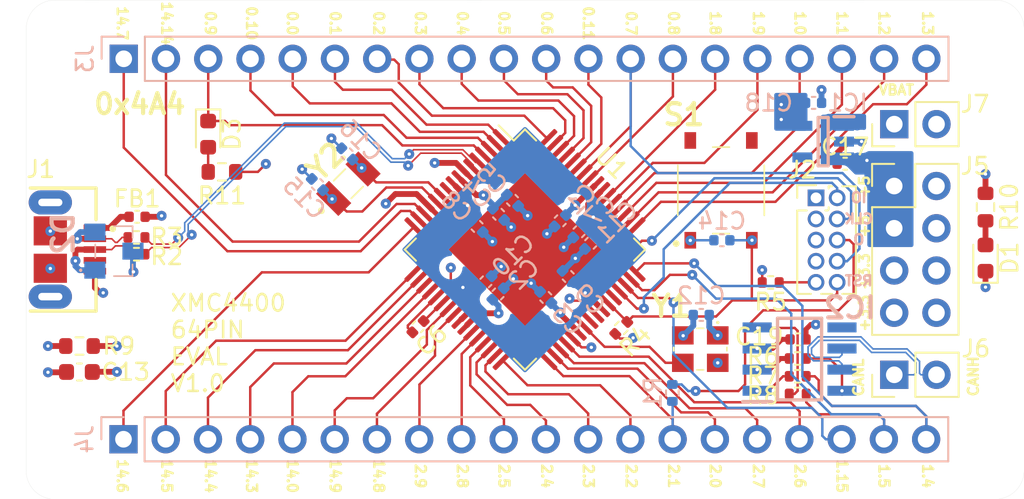
<source format=kicad_pcb>
(kicad_pcb (version 20221018) (generator pcbnew)
  (title_block (title "XMC4400-64PIN-EVAL-V1.0") (date "2023-03-24") (rev "0.0") (comment 1 "Designed By Neşet Aydın"))
  (layers (0 "F.Cu" signal "SIGNAL_TOP") (1 "In1.Cu" signal "GND") (2 "In2.Cu" power "POWER") (31 "B.Cu" signal "SIGNAL_BOTTOM") (34 "B.Paste" user) (35 "F.Paste" user) (36 "B.SilkS" user "B.Silkscreen") (37 "F.SilkS" user "F.Silkscreen") (38 "B.Mask" user) (39 "F.Mask" user) (44 "Edge.Cuts" user))
  (net 0 "")
  (net 1 "XMC_VDDP")
  (net 2 "GND")
  (net 3 "Net-(U1-VAREF)")
  (net 4 "XMC_VDDC")
  (net 5 "+XMC_VBAT")
  (net 6 "XMC_RESET")
  (net 7 "XMC_RTC_XTAL2")
  (net 8 "XMC_RTC_XTAL1")
  (net 9 "+5V")
  (net 10 "/VCP_D-")
  (net 11 "/VCP_D+")
  (net 12 "Net-(J1-VBUS)")
  (net 15 "GNDA")
  (net 16 "XMC_TMS{slash}SWDIO")
  (net 17 "XMC_TCK{slash}SWCLK")
  (net 18 "SWDO_P2.1")
  (net 20 "P0_7")
  (net 21 "Net-(J2-Pin_9)")
  (net 22 "P2_1")
  (net 23 "XMC_USB_D+")
  (net 24 "XMC_USB_D-")
  (net 27 "P0_1")
  (net 28 "P0_0")
  (net 29 "P0_10")
  (net 30 "P0_9")
  (net 32 "P14_14")
  (net 33 "P14_7")
  (net 34 "P14_6")
  (net 35 "P14_5")
  (net 36 "P14_4")
  (net 37 "P14_3")
  (net 38 "P14_0")
  (net 39 "P14_9")
  (net 40 "P14_8")
  (net 41 "P2_9")
  (net 42 "P2_8")
  (net 43 "P2_5")
  (net 44 "P2_4")
  (net 45 "P2_3")
  (net 46 "P2_2")
  (net 47 "P2_0")
  (net 48 "P2_7")
  (net 49 "P2_6")
  (net 50 "XMC_XTAL1")
  (net 52 "P1_15")
  (net 53 "P1_5")
  (net 54 "P1_4")
  (net 55 "P1_3")
  (net 56 "P1_2")
  (net 57 "P1_1")
  (net 58 "P1_0")
  (net 59 "P1_9")
  (net 60 "P1_8")
  (net 61 "P0_8")
  (net 62 "P0_11")
  (net 63 "P0_6")
  (net 64 "P0_5")
  (net 65 "P0_4")
  (net 66 "P0_3")
  (net 67 "P0_2")
  (net 68 "VBUS")
  (net 69 "XMC_CAN_TX")
  (net 70 "XMC_CAN_RX")
  (net 72 "IC_CAN_-")
  (net 73 "IC_CAN_+")
  (net 74 "Net-(IC2-RS)")
  (net 75 "Net-(D1-A)")
  (net 76 "Net-(D3-A)")
  (footprint "Resistor_SMD:R_0402_1005Metric" (layer "F.Cu") (at 78.44 55)
    (fp_text reference "R8")
    (fp_text value "0R" hide)
  )
  (footprint "Resistor_SMD:R_0402_1005Metric" (layer "F.Cu") (at 78.44 52.87)
    (fp_text reference "R6")
    (fp_text value "10kR" hide)
  )
  (footprint "Resistor_SMD:R_0402_1005Metric" (layer "F.Cu") (at 78.44 53.94)
    (fp_text reference "R7")
    (fp_text value "0R" hide)
  )
  (footprint "Connector_PinHeader_2.54mm:PinHeader_1x02_P2.54mm_Vertical" (layer "F.Cu") (at 84.245 38.78 90)
    (fp_text reference "J7")
    (fp_text value "Vbat" hide)
  )
  (footprint "Capacitor_SMD:C_0603_1608Metric" (layer "F.Cu") (at 35.25 53.68 180)
    (fp_text reference "C13")
    (fp_text value "100nF" hide)
  )
  (footprint "Connector_PinHeader_1.27mm:PinHeader_2x05_P1.27mm_Vertical" (layer "F.Cu") (at 79.54 43.21)
    (fp_text reference "J2")
    (fp_text value "SWD & JTAG" hide)
  )
  (footprint "Resistor_SMD:R_0402_1005Metric" (layer "F.Cu") (at 76.815 48.3 180)
    (fp_text reference "R5")
    (fp_text value "0R" hide)
  )
  (footprint "LED_SMD:LED_0603_1608Metric" (layer "F.Cu") (at 89.73 46.8325 90)
    (fp_text reference "D1")
    (fp_text value "Pow" hide)
  )
  (footprint "LED_SMD:LED_0603_1608Metric" (layer "F.Cu") (at 42.99 39.38 -90)
    (fp_text reference "D3")
    (fp_text value "USR" hide)
  )
  (footprint "Resistor_SMD:R_0603_1608Metric" (layer "F.Cu") (at 43.82 41.65 180)
    (fp_text reference "R11")
    (fp_text value "150R" hide)
  )
  (footprint "Capacitor_SMD:C_0402_1005Metric" (layer "F.Cu") (at 81.29 41.16)
    (fp_text reference "C17")
    (fp_text value "1uF" hide)
  )
  (footprint "Resistor_SMD:R_0603_1608Metric" (layer "F.Cu") (at 89.73 43.765 -90)
    (fp_text reference "R10")
    (fp_text value "150R" hide)
  )
  (footprint "My_lib:ABS0716632768KHZT" (layer "F.Cu") (at 51.42 42.36 45)
    (fp_text reference "Y2")
    (fp_text value "32.768kHz" hide)
  )
  (footprint "Capacitor_SMD:C_0402_1005Metric" (layer "F.Cu") (at 38.72 44.35 180)
    (fp_text reference "FB1")
    (fp_text value "BLM15PD600SN1D" hide)
  )
  (footprint "Connector_PinHeader_2.54mm:PinHeader_1x02_P2.54mm_Vertical" (layer "F.Cu") (at 84.245 53.85 90)
    (fp_text reference "J6")
    (fp_text value "CAN" hide)
  )
  (footprint "Capacitor_SMD:C_0402_1005Metric" (layer "F.Cu") (at 55.610589 50.959411 -135)
    (fp_text reference "C6")
    (fp_text value "100nF" hide)
  )
  (footprint "Resistor_SMD:R_0402_1005Metric" (layer "F.Cu") (at 38.68 46.6 180)
    (fp_text reference "R2")
    (fp_text value "22R" hide)
  )
  (footprint "My_lib:PTS526SM15SMTR2LFS" (layer "F.Cu") (at 73.83 42.76 90)
    (fp_text reference "S1")
    (fp_text value "Reset" hide)
  )
  (footprint "My_lib:ASE24576MHZLCT" (layer "F.Cu") (at 72.58 52.305 180)
    (fp_text reference "Y1")
    (fp_text value "ASE-12.000MHZ-LC-T" hide)
  )
  (footprint "Resistor_SMD:R_0603_1608Metric" (layer "F.Cu") (at 35.255 52.12 180)
    (fp_text reference "R9")
    (fp_text value "1MR" hide)
  )
  (footprint "Capacitor_SMD:C_0402_1005Metric" (layer "F.Cu") (at 78.46 51.72)
    (fp_text reference "C19")
    (fp_text value "100nF" hide)
  )
  (footprint "Resistor_SMD:R_0402_1005Metric" (layer "F.Cu") (at 38.68 45.59 180)
    (fp_text reference "R3")
    (fp_text value "22R" hide)
  )
  (footprint "Connector_PinHeader_2.54mm:PinHeader_2x04_P2.54mm_Vertical" (layer "F.Cu") (at 84.24 42.5)
    (fp_text reference "J5")
    (fp_text value "POW" hide)
  )
  (footprint "Resistor_SMD:R_0402_1005Metric" (layer "F.Cu") (at 67.829376 51.030624 45)
    (fp_text reference "R4")
    (fp_text value "10kR" hide)
  )
  (footprint "Package_QFP:LQFP-64-1EP_10x10mm_P0.5mm_EP6.5x6.5mm" (layer "F.Cu") (at 62.04 46.32 -45)
    (fp_text reference "U1")
    (fp_text value "XMC440x-LQFP64" hide)
  )
  (footprint "My_lib:GCT_USB3080-XX-00-A_REVE" (layer "F.Cu") (at 33.5 46.32 -90)
    (fp_text reference "J1")
    (fp_text value "VCP" hide)
  )
  (footprint "Capacitor_SMD:C_0402_1005Metric" (layer "B.Cu") (at 49.560589 42.410589 135)
    (fp_text reference "C15")
    (fp_text value "15pF" hide)
  )
  (footprint "My_lib:PGB102ST23WRHF" (layer "B.Cu") (at 37.325 46.415 90)
    (fp_text reference "D2")
    (fp_text value "PGB102ST23WRHF" hide)
  )
  (footprint "Capacitor_SMD:C_0402_1005Metric" (layer "B.Cu") (at 65.290589 45.249411 -135)
    (fp_text reference "C7")
    (fp_text value "100nF" hide)
  )
  (footprint "Capacitor_SMD:C_0402_1005Metric" (layer "B.Cu") (at 64.639411 47.939411 135)
    (fp_text reference "C9")
    (fp_text value "100nF" hide)
  )
  (footprint "Capacitor_SMD:C_0402_1005Metric" (layer "B.Cu") (at 72.64 50.25 180)
    (fp_text reference "C12")
    (fp_text value "100nF" hide)
  )
  (footprint "Capacitor_SMD:C_0402_1005Metric" (layer "B.Cu") (at 64.16 44.59 -135)
    (fp_text reference "C1")
    (fp_text value "100nF" hide)
  )
  (footprint "Capacitor_SMD:C_0402_1005Metric" (layer "B.Cu") (at 59.69 48.26 45)
    (fp_text reference "C10")
    (fp_text value "100nF" hide)
  )
  (footprint "Resistor_SMD:R_0402_1005Metric" (layer "B.Cu") (at 70.9 54.94 -90)
    (fp_text reference "R1")
    (fp_text value "0R" hide)
  )
  (footprint "My_lib:SOT95P280X145-5N" (layer "B.Cu") (at 79.97 39.83 180)
    (fp_text reference "IC1")
    (fp_text value "TLV75533PDBVR" hide)
  )
  (footprint "Capacitor_SMD:C_0402_1005Metric" (layer "B.Cu") (at 73.88 45.76 180)
    (fp_text reference "C14")
    (fp_text value "10nF" hide)
  )
  (footprint "Connector_PinHeader_2.54mm:PinHeader_1x20_P2.54mm_Vertical" (layer "B.Cu") (at 37.915 34.85 -90)
    (fp_text reference "J3")
    (fp_text value "IO_1" hide)
  )
  (footprint "Capacitor_SMD:C_0402_1005Metric" (layer "B.Cu") (at 60.450589 44.200589 -45)
    (fp_text reference "C4")
    (fp_text value "100nF" hide)
  )
  (footprint "Capacitor_SMD:C_0402_1005Metric" (layer "B.Cu") (at 65.990589 45.939411 -135)
    (fp_text reference "C11")
    (fp_text value "4.7uF" hide)
  )
  (footprint "My_lib:SOT127P600X175-8N" (layer "B.Cu") (at 78.55 52.905)
    (fp_text reference "IC2")
    (fp_text value "SN65HVD230DR" hide)
  )
  (footprint "Capacitor_SMD:C_0402_1005Metric" (layer "B.Cu") (at 51.340589 40.570589 135)
    (fp_text reference "C16")
    (fp_text value "15pF" hide)
  )
  (footprint "Connector_PinHeader_2.54mm:PinHeader_1x20_P2.54mm_Vertical" (layer "B.Cu") (at 37.9 57.725 -90)
    (fp_text reference "J4")
    (fp_text value "IO_2" hide)
  )
  (footprint "Capacitor_SMD:C_0402_1005Metric" (layer "B.Cu") (at 60.42 48.99 45)
    (fp_text reference "C2")
    (fp_text value "100nF" hide)
  )
  (footprint "Capacitor_SMD:C_0402_1005Metric" (layer "B.Cu") (at 79.395 37.5 180)
    (fp_text reference "C18")
    (fp_text value "1uF" hide)
  )
  (footprint "Capacitor_SMD:C_0402_1005Metric" (layer "B.Cu") (at 61.29 43.36 -45)
    (fp_text reference "C5")
    (fp_text value "10uF" hide)
  )
  (footprint "Capacitor_SMD:C_0402_1005Metric" (layer "B.Cu") (at 63.29 49.2 135)
    (fp_text reference "C3")
    (fp_text value "100nF" hide)
  )
  (footprint "Capacitor_SMD:C_0402_1005Metric" (layer "B.Cu") (at 59.16 44.93 -45)
    (fp_text reference "C8")
    (fp_text value "100nF" hide)
  )
  (gr_line (start 32.05 33.05) (end 32.04473 59.60517) (stroke (width 0.01)) (layer "Edge.Cuts"))
  (gr_arc (start 90.3249 31.31973) (mid 91.544729 31.825) (end 92.05 33.04483) (stroke (width 0.01)) (layer "Edge.Cuts"))
  (gr_arc (start 92.05 59.6) (mid 91.54473 60.81983) (end 90.3249 61.3251) (stroke (width 0.01)) (layer "Edge.Cuts"))
  (gr_arc (start 33.76983 61.33027) (mid 32.55 60.825) (end 32.04473 59.60517) (stroke (width 0.01)) (layer "Edge.Cuts"))
  (gr_line (start 92.05 33.05) (end 92.05 59.6) (stroke (width 0.01)) (layer "Edge.Cuts"))
  (gr_arc (start 32.05 33.05) (mid 32.55527 31.83017) (end 33.7751 31.3249) (stroke (width 0.01)) (layer "Edge.Cuts"))
  (gr_line (start 33.76983 61.33027) (end 90.3249 61.3251) (stroke (width 0.01)) (layer "Edge.Cuts"))
  (gr_line (start 33.7751 31.3249) (end 90.325 31.32) (stroke (width 0.01)) (layer "Edge.Cuts"))
  (gr_text "CLK" (at 83.053571 44.825) (layer "B.SilkS") (effects (font (size 0.6 0.6)) (justify left bottom mirror)))
  (gr_text "IO" (at 82.667857 43.55) (layer "B.SilkS") (effects (font (size 0.6 0.6)) (justify left bottom mirror)))
  (gr_text "O" (at 82.525 46.075) (layer "B.SilkS") (effects (font (size 0.6 0.6)) (justify left bottom mirror)))
  (gr_text "RST" (at 83.025 48.55) (layer "B.SilkS") (effects (font (size 0.6 0.6)) (justify left bottom mirror)))
  (gr_text "2.0" (at 73.125 59.125 270) (layer "F.SilkS") (effects (font (size 0.6 0.6)) (justify left bottom)))
  (gr_text "+3.3" (at 82.8 48.825 90) (layer "F.SilkS") (effects (font (size 0.6 0.6)) (justify left bottom)))
  (gr_text "14.7" (at 37.475 31.614286 270) (layer "F.SilkS") (effects (font (size 0.6 0.6)) (justify left bottom)))
  (gr_text "0.2" (at 52.9 31.9 270) (layer "F.SilkS") (effects (font (size 0.6 0.6)) (justify left bottom)))
  (gr_text "1.1" (at 80.75 31.9 270) (layer "F.SilkS") (effects (font (size 0.6 0.6)) (justify left bottom)))
  (gr_text "2.8" (at 57.925 59.125 270) (layer "F.SilkS") (effects (font (size 0.6 0.6)) (justify left bottom)))
  (gr_text "2.9" (at 55.4 59.125 270) (layer "F.SilkS") (effects (font (size 0.6 0.6)) (justify left bottom)))
  (gr_text "0.3" (at 55.4 31.9 270) (layer "F.SilkS") (effects (font (size 0.6 0.6)) (justify left bottom)))
  (gr_text "2.7" (at 75.725 59.125 270) (layer "F.SilkS") (effects (font (size 0.6 0.6)) (justify left bottom)))
  (gr_text "0.0" (at 47.7 31.9 270) (layer "F.SilkS") (effects (font (size 0.6 0.6)) (justify left bottom)))
  (gr_text "+3.3" (at 82.8 51.325 90) (layer "F.SilkS") (effects (font (size 0.6 0.6)) (justify left bottom)))
  (gr_text "1.9" (at 75.725 31.9 270) (layer "F.SilkS") (effects (font (size 0.6 0.6)) (justify left bottom)))
  (gr_text "14.6" (at 37.475 58.839286 270) (layer "F.SilkS") (effects (font (size 0.6 0.6)) (justify left bottom)))
  (gr_text "CANL" (at 82.45 55.225 90) (layer "F.SilkS") (effects (font (size 0.6 0.6)) (justify left bottom)))
  (gr_text "14.4" (at 42.775 58.839286 270) (layer "F.SilkS") (effects (font (size 0.6 0.6)) (justify left bottom)))
  (gr_text "1.3" (at 85.9 31.9 270) (layer "F.SilkS") (effects (font (size 0.6 0.6)) (justify left bottom)))
  (gr_text "1.8" (at 73.125 31.9 270) (layer "F.SilkS") (effects (font (size 0.6 0.6)) (justify left bottom)))
  (gr_text "+5" (at 82.8 45.675 90) (layer "F.SilkS") (effects (font (size 0.6 0.6)) (justify left bottom)))
  (gr_text "2.2" (at 68.075 59.125 270) (layer "F.SilkS") (effects (font (size 0.6 0.6)) (justify left bottom)))
  (gr_text "2.4" (at 63 59.125 270) (layer "F.SilkS") (effects (font (size 0.6 0.6)) (justify left bottom)))
  (gr_text "14.8" (at 52.9 58.839286 270) (layer "F.SilkS") (effects (font (size 0.6 0.6)) (justify left bottom)))
  (gr_text "XMC4400\n64PIN\nEVAL\nV1.0" (at 40.65 54.95) (layer "F.SilkS") (effects (font (size 1 1)) (justify left bottom)))
  (gr_text "0.4" (at 57.925 31.9 270) (layer "F.SilkS") (effects (font (size 0.6 0.6)) (justify left bottom)))
  (gr_text "0.9" (at 42.775 31.9 270) (layer "F.SilkS") (effects (font (size 0.6 0.6)) (justify left bottom)))
  (gr_text "2.1" (at 70.625 59.125 270) (layer "F.SilkS") (effects (font (size 0.6 0.6)) (justify left bottom)))
  (gr_text "0.10" (at 45.25 31.614286 270) (layer "F.SilkS") (effects (font (size 0.6 0.6)) (justify left bottom)))
  (gr_text "0.5" (at 60.425 31.9 270) (layer "F.SilkS") (effects (font (size 0.6 0.6)) (justify left bottom)))
  (gr_text "0.8" (at 70.625 31.9 270) (layer "F.SilkS") (effects (font (size 0.6 0.6)) (justify left bottom)))
  (gr_text "0.1" (at 50.275 31.9 270) (layer "F.SilkS") (effects (font (size 0.6 0.6)) (justify left bottom)))
  (gr_text "CANH" (at 89.35 55.225 90) (layer "F.SilkS") (effects (font (size 0.6 0.6)) (justify left bottom)))
  (gr_text "VBAT" (at 83.225 37.075) (layer "F.SilkS") (effects (font (size 0.6 0.6)) (justify left bottom)))
  (gr_text "1.2" (at 83.275 31.9 270) (layer "F.SilkS") (effects (font (size 0.6 0.6)) (justify left bottom)))
  (gr_text "0.7" (at 68.075 31.9 270) (layer "F.SilkS") (effects (font (size 0.6 0.6)) (justify left bottom)))
  (gr_text "2.5" (at 60.425 59.125 270) (layer "F.SilkS") (effects (font (size 0.6 0.6)) (justify left bottom)))
  (gr_text "1.0" (at 78.225 31.9 270) (layer "F.SilkS") (effects (font (size 0.6 0.6)) (justify left bottom)))
  (gr_text "14.5" (at 40.15 58.839286 270) (layer "F.SilkS") (effects (font (size 0.6 0.6)) (justify left bottom)))
  (gr_text "1.15" (at 80.75 58.839286 270) (layer "F.SilkS") (effects (font (size 0.6 0.6)) (justify left bottom)))
  (gr_text "1.5" (at 83.275 59.125 270) (layer "F.SilkS") (effects (font (size 0.6 0.6)) (justify left bottom)))
  (gr_text "0.11" (at 65.5 31.614286 270) (layer "F.SilkS") (effects (font (size 0.6 0.6)) (justify left bottom)))
  (gr_text "14.9" (at 50.275 58.839286 270) (layer "F.SilkS") (effects (font (size 0.6 0.6)) (justify left bottom)))
  (gr_text "1.4" (at 85.9 59.125 270) (layer "F.SilkS") (effects (font (size 0.6 0.6)) (justify left bottom)))
  (gr_text "14.3" (at 45.25 58.839286 270) (layer "F.SilkS") (effects (font (size 0.6 0.6)) (justify left bottom)))
  (gr_text "14.14" (at 40.15 31.328571 270) (layer "F.SilkS") (effects (font (size 0.6 0.6)) (justify left bottom)))
  (gr_text "2.3" (at 65.5 59.125 270) (layer "F.SilkS") (effects (font (size 0.6 0.6)) (justify left bottom)))
  (gr_text "+5" (at 82.8 43.3 90) (layer "F.SilkS") (effects (font (size 0.6 0.6)) (justify left bottom)))
  (gr_text "0x4A4" (at 36 38.275) (layer "F.SilkS") (effects (font (size 1.2 1.2) (thickness 0.25) bold) (justify left bottom)))
  (gr_text "0.6" (at 63 31.9 270) (layer "F.SilkS") (effects (font (size 0.6 0.6)) (justify left bottom)))
  (gr_text "14.0" (at 47.7 58.839286 270) (layer "F.SilkS") (effects (font (size 0.6 0.6)) (justify left bottom)))
  (gr_text "2.6" (at 78.225 59.125 270) (layer "F.SilkS") (effects (font (size 0.6 0.6)) (justify left bottom)))
  (segment (start 66.217215 42.492785) (end 65.06 43.65) (width 0.35) (layer "F.Cu") (net 1))
  (segment (start 58.566338 50.843662) (end 58.566338 50.854322) (width 0.35) (layer "F.Cu") (net 1))
  (segment (start 68.5 51.67) (end 68.54 51.63) (width 0.146812) (layer "F.Cu") (net 1))
  (segment (start 46.46 41.17) (end 45.98 41.65) (width 0.146812) (layer "F.Cu") (net 1))
  (segment (start 66.220769 42.492785) (end 66.217215 42.492785) (width 0.35) (layer "F.Cu") (net 1))
  (segment (start 60.45 50.15) (end 59.26 50.15) (width 0.35) (layer "F.Cu") (net 1))
  (segment (start 64.166004 50.196004) (end 64.166004 50.106004) (width 0.35) (layer "F.Cu") (net 1))
  (segment (start 77.48 51.72) (end 76.93 52.27) (width 0.3) (layer "F.Cu") (net 1))
  (segment (start 58.212785 42.139231) (end 59.123554 43.05) (width 0.35) (layer "F.Cu") (net 1))
  (segment (start 65.160109 51.207876) (end 65.160109 51.190109) (width 0.35) (layer "F.Cu") (net 1))
  (segment (start 59.123554 43.05) (end 59.54 43.05) (width 0.35) (layer "F.Cu") (net 1))
  (segment (start 59.26 50.15) (end 58.566338 50.843662) (width 0.35) (layer "F.Cu") (net 1))
  (segment (start 67.468752 51.391248) (end 67.747504 51.67) (width 0.146812) (layer "F.Cu") (net 1))
  (segment (start 45.98 41.65) (end 44.645 41.65) (width 0.146812) (layer "F.Cu") (net 1))
  (segment (start 77.98 51.72) (end 77.48 51.72) (width 0.3) (layer "F.Cu") (net 1))
  (segment (start 67.747504 51.67) (end 68.5 51.67) (width 0.146812) (layer "F.Cu") (net 1))
  (segment (start 76.93 52.27) (end 76 52.27) (width 0.3) (layer "F.Cu") (net 1))
  (segment (start 65.160109 51.190109) (end 64.166004 50.196004) (width 0.35) (layer "F.Cu") (net 1))
  (segment (start 89.73 42.94) (end 89.73 41.78) (width 0.35) (layer "F.Cu") (net 1))
  (via (at 73.63 53.13) (size 0.6) (drill 0.2) (layers "F.Cu" "B.Cu") (net 1))
  (via (at 77.45 37.6) (size 0.6) (drill 0.2) (layers "F.Cu" "B.Cu") (net 1))
  (via (at 89.73 41.78) (size 0.6) (drill 0.2) (layers "F.Cu" "B.Cu") (net 1))
  (via (at 59.54 43.05) (size 0.6) (drill 0.2) (layers "F.Cu" "B.Cu") (net 1))
  (via (at 60.45 50.15) (size 0.6) (drill 0.2) (layers "F.Cu" "B.Cu") (net 1))
  (via (at 65.06 43.65) (size 0.6) (drill 0.2) (layers "F.Cu" "B.Cu") (net 1))
  (via (at 77.45 38.5) (size 0.6) (drill 0.2) (layers "F.Cu" "B.Cu") (net 1))
  (via (at 73.63 51.48) (size 0.6) (drill 0.2) (layers "F.Cu" "B.Cu") (net 1))
  (via (at 76 52.27) (size 0.6) (drill 0.2) (layers "F.Cu" "B.Cu") (net 1))
  (via (at 64.166004 50.106004) (size 0.6) (drill 0.2) (layers "F.Cu" "B.Cu") (net 1))
  (via (at 46.46 41.17) (size 0.6) (drill 0.2) (layers "F.Cu" "B.Cu") (net 1))
  (via (at 68.54 51.63) (size 0.6) (drill 0.2) (layers "F.Cu" "B.Cu") (net 1))
  (segment (start 60.950589 43.020589) (end 60.950589 43.021767) (width 0.35) (layer "B.Cu") (net 1))
  (segment (start 64.166004 50.106004) (end 63.629411 49.569411) (width 0.35) (layer "B.Cu") (net 1))
  (segment (start 73.62 51.48) (end 73.63 51.48) (width 0.35) (layer "B.Cu") (net 1))
  (segment (start 60.45 50.15) (end 60.45 49.71) (width 0.35) (layer "B.Cu") (net 1))
  (segment (start 73.12 50.98) (end 73.62 51.48) (width 0.35) (layer "B.Cu") (net 1))
  (segment (start 60.111178 43.621178) (end 59.54 43.05) (width 0.35) (layer "B.Cu") (net 1))
  (segment (start 60.45 49.71) (end 60.080589 49.340589) (width 0.35) (layer "B.Cu") (net 1))
  (segment (start 64.499411 44.250589) (end 64.499411 44.210589) (width 0.35) (layer "B.Cu") (net 1))
  (segment (start 60.950589 43.021767) (end 60.111178 43.861178) (width 0.35) (layer "B.Cu") (net 1))
  (segment (start 63.629411 49.569411) (end 63.629411 49.539411) (width 0.35) (layer "B.Cu") (net 1))
  (segment (start 60.080589 49.340589) (end 60.080589 49.329411) (width 0.35) (layer "B.Cu") (net 1))
  (segment (start 64.499411 44.210589) (end 65.06 43.65) (width 0.35) (layer "B.Cu") (net 1))
  (segment (start 73.12 50.25) (end 73.12 50.98) (width 0.35) (layer "B.Cu") (net 1))
  (segment (start 60.111178 43.861178) (end 60.111178 43.621178) (width 0.35) (layer "B.Cu") (net 1))
  (segment (start 36.49 48.92) (end 36.18 48.61) (width 0.35) (layer "F.Cu") (net 2))
  (segment (start 55.271178 51.298822) (end 55 51.027644) (width 0.146812) (layer "F.Cu") (net 2))
  (segment (start 57.58 48.305126) (end 56.798571 49.086555) (width 0.146812) (layer "F.Cu") (net 2))
  (segment (start 36.68 48.92) (end 36.49 48.92) (width 0.35) (layer "F.Cu") (net 2))
  (segment (start 82.28 39.82) (end 81.505 39.82) (width 0.35) (layer "F.Cu") (net 2))
  (segment (start 65.445126 52.2) (end 66.03 52.2) (width 0.146812) (layer "F.Cu") (net 2))
  (segment (start 80.81 40.515) (end 80.81 41.16) (width 0.35) (layer "F.Cu") (net 2))
  (segment (start 78.94 51.11) (end 79.225 50.825) (width 0.3) (layer "F.Cu") (net 2))
  (segment (start 76.305 47.555) (end 76.3 47.55) (width 0.146812) (layer "F.Cu") (net 2))
  (segment (start 64.806555 51.561429) (end 65.445126 52.2) (width 0.146812) (layer "F.Cu") (net 2))
  (segment (start 65.474242 49.394242) (end 66.220769 50.140769) (width 0.146812) (layer "F.Cu") (net 2))
  (segment (start 66.220769 50.140769) (end 66.220769 50.147215) (width 0.146812) (layer "F.Cu") (net 2))
  (segment (start 55 51.027644) (end 55 50.885126) (width 0.146812) (layer "F.Cu") (net 2))
  (segment (start 36.08 52.12) (end 37.5 52.12) (width 0.35) (layer "F.Cu") (net 2))
  (segment (start 78.94 51.72) (end 78.94 51.11) (width 0.3) (layer "F.Cu") (net 2))
  (segment (start 76.305 48.3) (end 76.305 47.555) (width 0.146812) (layer "F.Cu") (net 2))
  (segment (start 79.225 50.825) (end 79.525 50.825) (width 0.3) (layer "F.Cu") (net 2))
  (segment (start 77.405 52.87) (end 76.735 53.54) (width 0.3) (layer "F.Cu") (net 2))
  (segment (start 77.93 52.87) (end 77.405 52.87) (width 0.3) (layer "F.Cu") (net 2))
  (segment (start 36.18 48.61) (end 36.18 47.62) (width 0.35) (layer "F.Cu") (net 2))
  (segment (start 64.846242 49.394242) (end 65.474242 49.394242) (width 0.146812) (layer "F.Cu") (net 2))
  (segment (start 36.08 53.67) (end 37.5 53.67) (width 0.35) (layer "F.Cu") (net 2))
  (segment (start 55 50.885126) (end 56.798571 49.086555) (width 0.146812) (layer "F.Cu") (net 2))
  (segment (start 89.73 47.62) (end 89.73 48.58) (width 0.35) (layer "F.Cu") (net 2))
  (segment (start 76.735 53.54) (end 76 53.54) (width 0.3) (layer "F.Cu") (net 2))
  (segment (start 64.722 49.27) (end 64.846242 49.394242) (width 0.146812) (layer "F.Cu") (net 2))
  (segment (start 81.505 39.82) (end 80.81 40.515) (width 0.35) (layer "F.Cu") (net 2))
  (segment (start 57.58 47.41) (end 57.58 48.305126) (width 0.146812) (layer "F.Cu") (net 2))
  (via (at 48.64 41.49) (size 0.6) (drill 0.2) (layers "F.Cu" "B.Cu") (net 2))
  (via (at 76.3 47.55) (size 0.6) (drill 0.2) (layers "F.Cu" "B.Cu") (net 2))
  (via (at 76 53.54) (size 0.6) (drill 0.2) (layers "F.Cu" "B.Cu") (net 2))
  (via (at 60.61 47.34) (size 0.6) (drill 0.2) (layers "F.Cu" "B.Cu") (net 2))
  (via (at 37.5 52.12) (size 0.6) (drill 0.2) (layers "F.Cu" "B.Cu") (net 2))
  (via (at 57.58 47.41) (size 0.6) (drill 0.2) (layers "F.Cu" "B.Cu") (net 2))
  (via (at 65.068508 46.849666) (size 0.6) (drill 0.2) (layers "F.Cu" "B.Cu") (net 2))
  (via (at 71.55 51.5) (size 0.6) (drill 0.2) (layers "F.Cu" "B.Cu") (net 2))
  (via (at 62.410863 48.346342) (size 0.6) (drill 0.2) (layers "F.Cu" "B.Cu") (net 2))
  (via (at 61.34 48.08) (size 0.6) (drill 0.2) (layers "F.Cu" "B.Cu") (net 2))
  (via (at 66.03 52.2) (size 0.6) (drill 0.2) (layers "F.Cu" "B.Cu") (net 2))
  (via (at 62.2 44.28) (size 0.6) (drill 0.2) (layers "F.Cu" "B.Cu") (net 2))
  (via (at 63.36 45.37) (size 0.6) (drill 0.2) (layers "F.Cu" "B.Cu") (net 2))
  (via (at 64.722 49.27) (size 0.6) (drill 0.2) (layers "F.Cu" "B.Cu") (net 2))
  (via (at 79.525 50.825) (size 0.6) (drill 0.2) (layers "F.Cu" "B.Cu") (net 2))
  (via (at 50.4 39.64) (size 0.6) (drill 0.2) (layers "F.Cu" "B.Cu") (net 2))
  (via (at 37.5 53.67) (size 0.6) (drill 0.2) (layers "F.Cu" "B.Cu") (net 2))
  (via (at 64.37 46.18) (size 0.6) (drill 0.2) (layers "F.Cu" "B.Cu") (net 2))
  (via (at 82.28 39.82) (size 0.6) (drill 0.2) (layers "F.Cu" "B.Cu") (net 2))
  (via (at 38.5 47.66) (size 0.6) (drill 0.2) (layers "F.Cu" "B.Cu") (net 2))
  (via (at 71.98 45.77) (size 0.6) (drill 0.2) (layers "F.Cu" "B.Cu") (net 2))
  (via (at 89.73 48.58) (size 0.6) (drill 0.2) (layers "F.Cu" "B.Cu") (net 2))
  (via (at 60.08 45.84) (size 0.6) (drill 0.2) (layers "F.Cu" "B.Cu") (net 2))
  (via (at 61.21 44.97) (size 0.6) (drill 0.2) (layers "F.Cu" "B.Cu") (net 2))
  (via (at 79.87 36.725) (size 0.6) (drill 0.2) (layers "F.Cu" "B.Cu") (net 2))
  (via (at 36.68 48.92) (size 0.6) (drill 0.2) (layers "F.Cu" "B.Cu") (net 2))
  (segment (start 79.87 36.725) (end 79.87 37.615) (width 0.35) (layer "B.Cu") (net 2))
  (segment (start 61.33 48.08) (end 61.34 48.08) (width 0.35) (layer "B.Cu") (net 2))
  (segment (start 64.37 46.17) (end 64.37 46.18) (width 0.35) (layer "B.Cu") (net 2))
  (segment (start 49.221178 42.071178) (end 48.64 41.49) (width 0.146812) (layer "B.Cu") (net 2))
  (segment (start 71.56 51.5) (end 71.55 51.5) (width 0.35) (layer "B.Cu") (net 2))
  (segment (start 50.41 39.64) (end 51.001178 40.231178) (width 0.146812) (layer "B.Cu") (net 2))
  (segment (start 64.33 47.6) (end 65.651178 46.278822) (width 0.35) (layer "B.Cu") (net 2))
  (segment (start 59.499411 45.269411) (end 59.509411 45.269411) (width 0.35) (layer "B.Cu") (net 2))
  (segment (start 60.79 44.54) (end 60.79 44.55) (width 0.35) (layer "B.Cu") (net 2))
  (segment (start 38.47 47.63) (end 38.5 47.66) (width 0.35) (layer "B.Cu") (net 2))
  (segment (start 64.951178 45.588822) (end 64.37 46.17) (width 0.35) (layer "B.Cu") (net 2))
  (segment (start 60.759411 48.650589) (end 61.33 48.08) (width 0.35) (layer "B.Cu") (net 2))
  (segment (start 60.029411 47.920589) (end 60.61 47.34) (width 0.35) (layer "B.Cu") (net 2))
  (segment (start 63.820589 44.929411) (end 63.38 45.37) (width 0.35) (layer "B.Cu") (net 2))
  (segment (start 82.28 39.82) (end 82.27 39.83) (width 0.35) (layer "B.Cu") (net 2))
  (segment (start 63.36 45.37) (end 63.37 45.37) (width 0.35) (layer "B.Cu") (net 2))
  (segment (start 64.3 47.6) (end 64.33 47.6) (width 0.35) (layer "B.Cu") (net 2))
  (segment (start 38.47 46.415) (end 38.47 47.63) (width 0.35) (layer "B.Cu") (net 2))
  (segment (start 62.900589 48.860589) (end 62.44 48.4) (width 0.35) (layer "B.Cu") (net 2))
  (segment (start 61.629411 43.699411) (end 62.2 44.27) (width 0.35) (layer "B.Cu") (net 2))
  (segment (start 72.16 50.25) (end 72.16 50.9) (width 0.35) (layer "B.Cu") (net 2))
  (segment (start 72.16 50.9) (end 71.56 51.5) (width 0.35) (layer "B.Cu") (net 2))
  (segment (start 59.509411 45.269411) (end 60.08 45.84) (width 0.35) (layer "B.Cu") (net 2))
  (segment (start 71.99 45.76) (end 71.98 45.77) (width 0.146812) (layer "B.Cu") (net 2))
  (segment (start 60.79 44.55) (end 61.21 44.97) (width 0.35) (layer "B.Cu") (net 2))
  (segment (start 62.950589 48.860589) (end 62.900589 48.860589) (width 0.35) (layer "B.Cu") (net 2))
  (segment (start 73.4 45.76) (end 71.99 45.76) (width 0.146812) (layer "B.Cu") (net 2))
  (segment (start 50.4 39.64) (end 50.41 39.64) (width 0.146812) (layer "B.Cu") (net 2))
  (segment (start 82.27 39.83) (end 81.22 39.83) (width 0.35) (layer "B.Cu") (net 2))
  (segment (start 63.38 45.37) (end 63.36 45.37) (width 0.35) (layer "B.Cu") (net 2))
  (segment (start 62.2 44.27) (end 62.2 44.28) (width 0.35) (layer "B.Cu") (net 2))
  (segment (start 57.152124 49.440109) (end 57.139891 49.440109) (width 0.146812) (layer "F.Cu") (net 3))
  (segment (start 55.96 50.62) (end 55.95 50.62) (width 0.146812) (layer "F.Cu") (net 3))
  (segment (start 57.139891 49.440109) (end 55.96 50.62) (width 0.146812) (layer "F.Cu") (net 3))
  (segment (start 58.59 43.223554) (end 58.59 43.67) (width 0.35) (layer "F.Cu") (net 4))
  (segment (start 58.875 49.395) (end 58.307326 48.827326) (width 0.35) (layer "F.Cu") (net 4))
  (segment (start 58.307326 48.827326) (end 58.307326 48.596871) (width 0.35) (layer "F.Cu") (net 4))
  (segment (start 66.574322 49.793662) (end 66.543662 49.793662) (width 0.35) (layer "F.Cu") (net 4))
  (segment (start 65.84 43.59) (end 65.84 44.06) (width 0.35) (layer "F.Cu") (net 4))
  (segment (start 58.875 49.855) (end 58.875 49.395) (width 0.35) (layer "F.Cu") (net 4))
  (segment (start 66.574322 42.855678) (end 65.84 43.59) (width 0.35) (layer "F.Cu") (net 4))
  (segment (start 57.859231 42.492785) (end 58.59 43.223554) (width 0.35) (layer "F.Cu") (net 4))
  (segment (start 58.212785 50.500769) (end 58.229231 50.500769) (width 0.35) (layer "F.Cu") (net 4))
  (segment (start 66.574322 42.846338) (end 66.574322 42.855678) (width 0.35) (layer "F.Cu") (net 4))
  (segment (start 65.84 44.06) (end 66.15 44.37) (width 0.35) (layer "F.Cu") (net 4))
  (segment (start 66.543662 49.793662) (end 65.66 48.91) (width 0.35) (layer "F.Cu") (net 4))
  (segment (start 58.229231 50.500769) (end 58.875 49.855) (width 0.35) (layer "F.Cu") (net 4))
  (via (at 65.661022 48.920836) (size 0.6) (drill 0.2) (layers "F.Cu" "B.Cu") (net 4))
  (via (at 66.15 44.37) (size 0.6) (drill 0.2) (layers "F.Cu" "B.Cu") (net 4))
  (via (at 58.59 43.67) (size 0.6) (drill 0.2) (layers "F.Cu" "B.Cu") (net 4))
  (via (at 58.307326 48.596871) (size 0.6) (drill 0.2) (layers "F.Cu" "B.Cu") (net 4))
  (segment (start 54.25 42.98) (end 55.52 42.98) (width 0.35) (layer "F.Cu") (net 5))
  (segment (start 56.445018 43.905018) (end 56.445018 43.906998) (width 0.35) (layer "F.Cu") (net 5))
  (segment (start 55.52 42.98) (end 56.445018 43.905018) (width 0.35) (layer "F.Cu") (net 5))
  (segment (start 53.67 43.56) (end 54.25 42.98) (width 0.35) (layer "F.Cu") (net 5))
  (via (at 53.67 43.56) (size 0.6) (drill 0.2) (layers "F.Cu" "B.Cu") (net 5))
  (segment (start 75.68 45.76) (end 75.68 49.37) (width 0.146812) (layer "F.Cu") (net 6))
  (segment (start 80.81 48.965) (end 80.4 49.375) (width 0.146812) (layer "F.Cu") (net 6))
  (segment (start 80.81 48.29) (end 80.81 48.965) (width 0.146812) (layer "F.Cu") (net 6))
  (segment (start 68.19 50.67) (end 68.516594 50.343406) (width 0.146812) (layer "F.Cu") (net 6))
  (segment (start 75.675 49.375) (end 74.5 49.375) (width 0.146812) (layer "F.Cu") (net 6))
  (segment (start 68.516594 50.343406) (end 73.531594 50.343406) (width 0.146812) (layer "F.Cu") (net 6))
  (segment (start 75.68 49.37) (end 75.675 49.375) (width 0.146812) (layer "F.Cu") (net 6))
  (segment (start 80.4 49.375) (end 75.675 49.375) (width 0.146812) (layer "F.Cu") (net 6))
  (segment (start 66.960109 49.440109) (end 66.927876 49.440109) (width 0.146812) (layer "F.Cu") (net 6))
  (segment (start 68.19 50.67) (end 66.960109 49.440109) (width 0.146812) (layer "F.Cu") (net 6))
  (segment (start 73.531594 50.343406) (end 74.5 49.375) (width 0.146812) (layer "F.Cu") (net 6))
  (via (at 75.69 45.76) (size 0.6) (drill 0.2) (layers "F.Cu" "B.Cu") (net 6))
  (segment (start 74.36 45.76) (end 75.69 45.76) (width 0.146812) (layer "B.Cu") (net 6))
  (segment (start 51.322234 44.03) (end 50.44 43.28) (width 0.146812) (layer "F.Cu") (net 7))
  (segment (start 56.798571 43.553445) (end 56.798571 43.538571) (width 0.146812) (layer "F.Cu") (net 7))
  (segment (start 56.798571 43.538571) (end 55.85 42.59) (width 0.146812) (layer "F.Cu") (net 7))
  (segment (start 55.85 42.59) (end 53.7 42.59) (width 0.146812) (layer "F.Cu") (net 7))
  (segment (start 50.44 43.28) (end 50.536117 43.243883) (width 0.146812) (layer "F.Cu") (net 7))
  (segment (start 53.7 42.59) (end 52.26 44.03) (width 0.146812) (layer "F.Cu") (net 7))
  (segment (start 52.26 44.03) (end 51.322234 44.03) (width 0.146812) (layer "F.Cu") (net 7))
  (via (at 50.44 43.28) (size 0.6) (drill 0.2) (layers "F.Cu" "B.Cu") (net 7))
  (segment (start 50.43 43.28) (end 49.9 42.75) (width 0.146812) (layer "B.Cu") (net 7))
  (segment (start 50.44 43.28) (end 50.43 43.28) (width 0.146812) (layer "B.Cu") (net 7))
  (segment (start 52.22 41.41) (end 52.303883 41.476117) (width 0.146812) (layer "F.Cu") (net 8))
  (segment (start 56.23 42.28) (end 53.09 42.28) (width 0.146812) (layer "F.Cu") (net 8))
  (segment (start 53.09 42.28) (end 52.22 41.41) (width 0.146812) (layer "F.Cu") (net 8))
  (segment (start 57.149891 43.199891) (end 56.23 42.28) (width 0.146812) (layer "F.Cu") (net 8))
  (segment (start 57.152124 43.199891) (end 57.149891 43.199891) (width 0.146812) (layer "F.Cu") (net 8))
  (via (at 52.22 41.41) (size 0.6) (drill 0.2) (layers "F.Cu" "B.Cu") (net 8))
  (segment (start 51.68 40.91) (end 51.72 40.91) (width 0.146812) (layer "B.Cu") (net 8))
  (segment (start 51.72 40.91) (end 52.22 41.41) (width 0.146812) (layer "B.Cu") (net 8))
  (segment (start 82.4 41.16) (end 82.6 40.96) (width 0.35) (layer "F.Cu") (net 9))
  (segment (start 81.77 41.16) (end 82.4 41.16) (width 0.35) (layer "F.Cu") (net 9))
  (via (at 82.6 40.96) (size 0.6) (drill 0.2) (layers "F.Cu" "B.Cu") (net 9))
  (segment (start 37.412599 45.890098) (end 37.519902 45.890098) (width 0.095504) (layer "F.Cu") (net 10))
  (segment (start 37.519902 45.890098) (end 37.82 45.59) (width 0.095504) (layer "F.Cu") (net 10))
  (segment (start 36.18 45.67) (end 35.12 45.67) (width 0.35) (layer "F.Cu") (net 10))
  (segment (start 37.82 45.59) (end 38.17 45.59) (width 0.095504) (layer "F.Cu") (net 10))
  (segment (start 36.18 45.67) (end 37.192501 45.67) (width 0.095504) (layer "F.Cu") (net 10))
  (segment (start 37.192501 45.67) (end 37.412599 45.890098) (width 0.095504) (layer "F.Cu") (net 10))
  (via (at 35.12 45.67) (size 0.6) (drill 0.2) (layers "F.Cu" "B.Cu") (net 10))
  (segment (start 36.18 45.27) (end 35.3 45.27) (width 0.35) (layer "B.Cu") (net 10))
  (segment (start 35.3 45.27) (end 35.12 45.45) (width 0.35) (layer "B.Cu") (net 10))
  (segment (start 35.12 45.45) (end 35.12 45.67) (width 0.35) (layer "B.Cu") (net 10))
  (segment (start 35.01 46.45) (end 35.14 46.32) (width 0.35) (layer "F.Cu") (net 11))
  (segment (start 35.01 47) (end 35.01 46.45) (width 0.35) (layer "F.Cu") (net 11))
  (segment (start 37.412599 46.099902) (end 37.192501 46.32) (width 0.095504) (layer "F.Cu") (net 11))
  (segment (start 37.989902 46.099902) (end 37.412599 46.099902) (width 0.095504) (layer "F.Cu") (net 11))
  (segment (start 37.192501 46.32) (end 36.18 46.32) (width 0.095504) (layer "F.Cu") (net 11))
  (segment (start 38.17 46.6) (end 38.17 46.28) (width 0.095504) (layer "F.Cu") (net 11))
  (segment (start 38.17 46.28) (end 37.989902 46.099902) (width 0.095504) (layer "F.Cu") (net 11))
  (segment (start 35.14 46.32) (end 36.18 46.32) (width 0.35) (layer "F.Cu") (net 11))
  (via (at 35.01 47) (size 0.6) (drill 0.2) (layers "F.Cu" "B.Cu") (net 11))
  (segment (start 35.01 47.31) (end 35.01 47) (width 0.35) (layer "B.Cu") (net 11))
  (segment (start 36.18 47.56) (end 35.26 47.56) (width 0.35) (layer "B.Cu") (net 11))
  (segment (start 35.26 47.56) (end 35.01 47.31) (width 0.35) (layer "B.Cu") (net 11))
  (segment (start 37.06 45.02) (end 37.73 44.35) (width 0.35) (layer "F.Cu") (net 12))
  (segment (start 37.73 44.35) (end 38.24 44.35) (width 0.35) (layer "F.Cu") (net 12))
  (segment (start 36.18 45.02) (end 37.06 45.02) (width 0.35) (layer "F.Cu") (net 12))
  (segment (start 34.43 52.12) (end 33.36 52.12) (width 0.35) (layer "F.Cu") (net 15))
  (segment (start 34.43 53.7) (end 33.36 53.7) (width 0.35) (layer "F.Cu") (net 15))
  (via (at 33.5 45.21) (size 0.6) (drill 0.2) (layers "F.Cu" "B.Cu") (net 15))
  (via (at 33.36 53.7) (size 0.6) (drill 0.2) (layers "F.Cu" "B.Cu") (net 15))
  (via (at 33.36 52.12) (size 0.6) (drill 0.2) (layers "F.Cu" "B.Cu") (net 15))
  (via (at 33.5 47.46) (size 0.6) (drill 0.2) (layers "F.Cu" "B.Cu") (net 15))
  (segment (start 67.634982 48.733002) (end 68.77198 49.87) (width 0.146812) (layer "F.Cu") (net 16))
  (segment (start 68.77198 49.87) (end 69.19 49.87) (width 0.146812) (layer "F.Cu") (net 16))
  (via (at 69.19 49.87) (size 0.6) (drill 0.2) (layers "F.Cu" "B.Cu") (net 16))
  (segment (start 74.25 42.413624) (end 74.25 42.43) (width 0.146812) (layer "B.Cu") (net 16))
  (segment (start 80.81 43.21) (end 80.81 42.62) (width 0.146812) (layer "B.Cu") (net 16))
  (segment (start 80.81 42.62) (end 80.5 42.31) (width 0.146812) (layer "B.Cu") (net 16))
  (segment (start 74.353624 42.31) (end 74.25 42.413624) (width 0.146812) (layer "B.Cu") (net 16))
  (segment (start 74.25 42.43) (end 70.38 46.3) (width 0.146812) (layer "B.Cu") (net 16))
  (segment (start 70.38 48) (end 69.19 49.19) (width 0.146812) (layer "B.Cu") (net 16))
  (segment (start 70.38 46.3) (end 70.38 48) (width 0.146812) (layer "B.Cu") (net 16))
  (segment (start 69.19 49.19) (end 69.19 49.87) (width 0.146812) (layer "B.Cu") (net 16))
  (segment (start 80.5 42.31) (end 74.353624 42.31) (width 0.146812) (layer "B.Cu") (net 16))
  (segment (start 69.67 45.79) (end 69.07 45.79) (width 0.146812) (layer "F.Cu") (net 17))
  (segment (start 67.276555 49.086555) (end 67.281429 49.086555) (width 0.146812) (layer "F.Cu") (net 17))
  (segment (start 66.71 48.52) (end 67.276555 49.086555) (width 0.146812) (layer "F.Cu") (net 17))
  (segment (start 69.07 45.79) (end 66.71 48.15) (width 0.146812) (layer "F.Cu") (net 17))
  (segment (start 66.71 48.15) (end 66.71 48.52) (width 0.146812) (layer "F.Cu") (net 17))
  (via (at 69.67 45.79) (size 0.6) (drill 0.2) (layers "F.Cu" "B.Cu") (net 17))
  (segment (start 81.65 44.31) (end 81.48 44.48) (width 0.146812) (layer "B.Cu") (net 17))
  (segment (start 81.65 42.83) (end 81.65 44.31) (width 0.146812) (layer "B.Cu") (net 17))
  (segment (start 69.67 45.79) (end 73.43 42.03) (width 0.146812) (layer "B.Cu") (net 17))
  (segment (start 73.43 42.03) (end 80.85 42.03) (width 0.146812) (layer "B.Cu") (net 17))
  (segment (start 80.85 42.03) (end 81.65 42.83) (width 0.146812) (layer "B.Cu") (net 17))
  (segment (start 81.48 44.48) (end 80.81 44.48) (width 0.146812) (layer "B.Cu") (net 17))
  (segment (start 75.275 54.425) (end 74.875 54.825) (width 0.146812) (layer "F.Cu") (net 18))
  (segment (start 80.81 45.75) (end 81.55 45.75) (width 0.146812) (layer "F.Cu") (net 18))
  (segment (start 81.55 45.75) (end 81.8 46) (width 0.146812) (layer "F.Cu") (net 18))
  (segment (start 81.8 46) (end 81.8 49.075) (width 0.146812) (layer "F.Cu") (net 18))
  (segment (start 81.8 49.075) (end 80.9 49.975) (width 0.146812) (layer "F.Cu") (net 18))
  (segment (start 75.275 51.0625) (end 75.275 54.425) (width 0.146812) (layer "F.Cu") (net 18))
  (segment (start 80.9 49.975) (end 76.3625 49.975) (width 0.146812) (layer "F.Cu") (net 18))
  (segment (start 76.3625 49.975) (end 75.275 51.0625) (width 0.146812) (layer "F.Cu") (net 18))
  (segment (start 74.875 54.825) (end 72.3 54.825) (width 0.146812) (layer "F.Cu") (net 18))
  (via (at 72.3 54.825) (size 0.6) (drill 0.2) (layers "F.Cu" "B.Cu") (net 18))
  (segment (start 71.455 54.43) (end 71.85 54.825) (width 0.146812) (layer "B.Cu") (net 18))
  (segment (start 71.85 54.825) (end 72.3 54.825) (width 0.146812) (layer "B.Cu") (net 18))
  (segment (start 70.9 54.43) (end 71.455 54.43) (width 0.146812) (layer "B.Cu") (net 18))
  (segment (start 68.395 38.90434) (end 65.513662 41.785678) (width 0.146812) (layer "F.Cu") (net 20))
  (segment (start 68.395 34.85) (end 68.395 38.90434) (width 0.146812) (layer "F.Cu") (net 20))
  (segment (start 82.15 46.275) (end 82.15 42.74) (width 0.146812) (layer "B.Cu") (net 20))
  (segment (start 68.395 40.095) (end 68.395 35.08325) (width 0.146812) (layer "B.Cu") (net 20))
  (segment (start 70.02 41.72) (end 68.395 40.095) (width 0.146812) (layer "B.Cu") (net 20))
  (segment (start 81.13 41.72) (end 70.02 41.72) (width 0.146812) (layer "B.Cu") (net 20))
  (segment (start 81.405 47.02) (end 82.15 46.275) (width 0.146812) (layer "B.Cu") (net 20))
  (segment (start 80.81 47.02) (end 81.405 47.02) (width 0.146812) (layer "B.Cu") (net 20))
  (segment (start 82.15 42.74) (end 81.13 41.72) (width 0.146812) (layer "B.Cu") (net 20))
  (segment (start 79.54 48.29) (end 77.335 48.29) (width 0.146812) (layer "F.Cu") (net 21))
  (segment (start 77.335 48.29) (end 77.325 48.3) (width 0.146812) (layer "F.Cu") (net 21))
  (segment (start 68.32 53.93) (end 70.92 56.53) (width 0.146812) (layer "F.Cu") (net 22))
  (segment (start 70.92 56.53) (end 70.92 57.725) (width 0.146812) (layer "F.Cu") (net 22))
  (segment (start 63.392342 52.975643) (end 64.346699 53.93) (width 0.146812) (layer "F.Cu") (net 22))
  (segment (start 64.346699 53.93) (end 68.32 53.93) (width 0.146812) (layer "F.Cu") (net 22))
  (segment (start 70.9 55.45) (end 70.92 55.47) (width 0.146812) (layer "B.Cu") (net 22))
  (segment (start 70.92 55.47) (end 70.92 57.725) (width 0.146812) (layer "B.Cu") (net 22))
  (segment (start 42 45.43) (end 42 45.433217) (width 0.095504) (layer "F.Cu") (net 23))
  (segment (start 41.233315 46.199902) (end 39.590098 46.199902) (width 0.095504) (layer "F.Cu") (net 23))
  (segment (start 58.919891 41.226925) (end 58.919891 41.432124) (width 0.095504) (layer "F.Cu") (net 23))
  (segment (start 39.590098 46.199902) (end 39.19 46.6) (width 0.095504) (layer "F.Cu") (net 23))
  (segment (start 55.01667 41.276629) (end 55.768397 40.524902) (width 0.095504) (layer "F.Cu") (net 23))
  (segment (start 58.217868 40.524902) (end 58.919891 41.226925) (width 0.095504) (layer "F.Cu") (net 23))
  (segment (start 55.768397 40.524902) (end 58.217868 40.524902) (width 0.095504) (layer "F.Cu") (net 23))
  (segment (start 42 45.433217) (end 41.233315 46.199902) (width 0.095504) (layer "F.Cu") (net 23))
  (via (at 42 45.43) (size 0.6) (drill 0.2) (layers "F.Cu" "B.Cu") (net 23))
  (via (at 55.01667 41.276629) (size 0.6) (drill 0.2) (layers "F.Cu" "B.Cu") (net 23))
  (segment (start 53.976527 41.064881) (end 51.836548 38.924902) (width 0.095504) (layer "B.Cu") (net 23))
  (segment (start 47.663452 38.924902) (end 41.789902 44.798452) (width 0.095504) (layer "B.Cu") (net 23))
  (segment (start 41.789902 44.798452) (end 41.789902 45.219902) (width 0.095504) (layer "B.Cu") (net 23))
  (segment (start 54.804922 41.064881) (end 53.976527 41.064881) (width 0.095504) (layer "B.Cu") (net 23))
  (segment (start 55.01667 41.276629) (end 54.804922 41.064881) (width 0.095504) (layer "B.Cu") (net 23))
  (segment (start 51.836548 38.924902) (end 47.663452 38.924902) (width 0.095504) (layer "B.Cu") (net 23))
  (segment (start 41.789902 45.219902) (end 42 45.43) (width 0.095504) (layer "B.Cu") (net 23))
  (segment (start 39.19 45.59) (end 39.590098 45.990098) (width 0.095504) (layer "F.Cu") (net 24))
  (segment (start 40.810098 45.990098) (end 41.19 45.610196) (width 0.095504) (layer "F.Cu") (net 24))
  (segment (start 41.19 45.610196) (end 41.19 45.61) (width 0.095504) (layer "F.Cu") (net 24))
  (segment (start 55.344902 40.315098) (end 58.304772 40.315098) (width 0.095504) (layer "F.Cu") (net 24))
  (segment (start 58.304772 40.315098) (end 59.068245 41.078571) (width 0.095504) (layer "F.Cu") (net 24))
  (segment (start 39.590098 45.990098) (end 40.810098 45.990098) (width 0.095504) (layer "F.Cu") (net 24))
  (segment (start 59.068245 41.078571) (end 59.273445 41.078571) (width 0.095504) (layer "F.Cu") (net 24))
  (segment (start 55.08 40.58) (end 55.344902 40.315098) (width 0.095504) (layer "F.Cu") (net 24))
  (via (at 55.08 40.58) (size 0.6) (drill 0.2) (layers "F.Cu" "B.Cu") (net 24))
  (via (at 41.19 45.61) (size 0.6) (drill 0.2) (layers "F.Cu" "B.Cu") (net 24))
  (segment (start 54.804922 40.855077) (end 54.063431 40.855077) (width 0.095504) (layer "B.Cu") (net 24))
  (segment (start 54.063431 40.855077) (end 51.923452 38.715098) (width 0.095504) (layer "B.Cu") (net 24))
  (segment (start 41.580098 44.711548) (end 41.580098 45.219902) (width 0.095504) (layer "B.Cu") (net 24))
  (segment (start 41.580098 45.219902) (end 41.19 45.61) (width 0.095504) (layer "B.Cu") (net 24))
  (segment (start 47.576548 38.715098) (end 41.580098 44.711548) (width 0.095504) (layer "B.Cu") (net 24))
  (segment (start 51.923452 38.715098) (end 47.576548 38.715098) (width 0.095504) (layer "B.Cu") (net 24))
  (segment (start 55.08 40.58) (end 54.804922 40.855077) (width 0.095504) (layer "B.Cu") (net 24))
  (segment (start 50.615 36.235) (end 50.615 35.08325) (width 0.146812) (layer "F.Cu") (net 27))
  (segment (start 59.83 38.81) (end 56.12 38.81) (width 0.146812) (layer "F.Cu") (net 27))
  (segment (start 56.12 38.81) (end 54.02 36.71) (width 0.146812) (layer "F.Cu") (net 27))
  (segment (start 51.09 36.71) (end 50.615 36.235) (width 0.146812) (layer "F.Cu") (net 27))
  (segment (start 60.684357 39.664357) (end 59.83 38.81) (width 0.146812) (layer "F.Cu") (net 27))
  (segment (start 60.687658 39.664357) (end 60.684357 39.664357) (width 0.146812) (layer "F.Cu") (net 27))
  (segment (start 54.02 36.71) (end 51.09 36.71) (width 0.146812) (layer "F.Cu") (net 27))
  (segment (start 48.075 36.505) (end 48.075 35.08325) (width 0.146812) (layer "F.Cu") (net 28))
  (segment (start 49.1 37.53) (end 48.075 36.505) (width 0.146812) (layer "F.Cu") (net 28))
  (segment (start 55.72 39.24) (end 54.01 37.53) (width 0.146812) (layer "F.Cu") (net 28))
  (segment (start 60.327911 40.017911) (end 59.55 39.24) (width 0.146812) (layer "F.Cu") (net 28))
  (segment (start 60.334105 40.017911) (end 60.327911 40.017911) (width 0.146812) (layer "F.Cu") (net 28))
  (segment (start 54.01 37.53) (end 49.1 37.53) (width 0.146812) (layer "F.Cu") (net 28))
  (segment (start 59.55 39.24) (end 55.72 39.24) (width 0.146812) (layer "F.Cu") (net 28))
  (segment (start 54.92 39.6) (end 53.55 38.23) (width 0.146812) (layer "F.Cu") (net 29))
  (segment (start 59.980551 40.371464) (end 59.209087 39.6) (width 0.146812) (layer "F.Cu") (net 29))
  (segment (start 53.55 38.23) (end 47.01 38.23) (width 0.146812) (layer "F.Cu") (net 29))
  (segment (start 45.535 36.755) (end 45.535 35.08325) (width 0.146812) (layer "F.Cu") (net 29))
  (segment (start 59.209087 39.6) (end 54.92 39.6) (width 0.146812) (layer "F.Cu") (net 29))
  (segment (start 47.01 38.23) (end 45.535 36.755) (width 0.146812) (layer "F.Cu") (net 29))
  (segment (start 44 38.59) (end 42.9925 38.59) (width 0.146812) (layer "F.Cu") (net 30))
  (segment (start 42.9925 38.59) (end 42.99 38.5925) (width 0.146812) (layer "F.Cu") (net 30))
  (segment (start 42.99 38.5925) (end 42.995 38.5875) (width 0.146812) (layer "F.Cu") (net 30))
  (segment (start 53.45 38.84) (end 44.25 38.84) (width 0.146812) (layer "F.Cu") (net 30))
  (segment (start 44.25 38.84) (end 44 38.59) (width 0.146812) (layer "F.Cu") (net 30))
  (segment (start 58.96 40.06) (end 54.67 40.06) (width 0.146812) (layer "F.Cu") (net 30))
  (segment (start 42.995 38.5875) (end 42.995 35.08325) (width 0.146812) (layer "F.Cu") (net 30))
  (segment (start 59.626998 40.725018) (end 59.625018 40.725018) (width 0.146812) (layer "F.Cu") (net 30))
  (segment (start 54.67 40.06) (end 53.45 38.84) (width 0.146812) (layer "F.Cu") (net 30))
  (segment (start 59.625018 40.725018) (end 58.96 40.06) (width 0.146812) (layer "F.Cu") (net 30))
  (segment (start 54.32 43.58) (end 52.06 45.84) (width 0.146812) (layer "F.Cu") (net 32))
  (segment (start 52.06 45.84) (end 44.46 45.84) (width 0.146812) (layer "F.Cu") (net 32))
  (segment (start 55.41 43.58) (end 54.32 43.58) (width 0.146812) (layer "F.Cu") (net 32))
  (segment (start 56.091464 44.260551) (end 56.090551 44.260551) (width 0.146812) (layer "F.Cu") (net 32))
  (segment (start 56.090551 44.260551) (end 55.41 43.58) (width 0.146812) (layer "F.Cu") (net 32))
  (segment (start 44.46 45.84) (end 40.455 41.835) (width 0.146812) (layer "F.Cu") (net 32))
  (segment (start 40.455 41.835) (end 40.455 35.08325) (width 0.146812) (layer "F.Cu") (net 32))
  (segment (start 55.737911 44.607911) (end 55.13 44) (width 0.146812) (layer "F.Cu") (net 33))
  (segment (start 44.15 46.42) (end 37.915 40.185) (width 0.146812) (layer "F.Cu") (net 33))
  (segment (start 37.915 40.185) (end 37.915 34.85) (width 0.146812) (layer "F.Cu") (net 33))
  (segment (start 52.16 46.42) (end 44.15 46.42) (width 0.146812) (layer "F.Cu") (net 33))
  (segment (start 54.58 44) (end 52.16 46.42) (width 0.146812) (layer "F.Cu") (net 33))
  (segment (start 55.737911 44.614105) (end 55.737911 44.607911) (width 0.146812) (layer "F.Cu") (net 33))
  (segment (start 55.13 44) (end 54.58 44) (width 0.146812) (layer "F.Cu") (net 33))
  (segment (start 46.22 47.69) (end 37.9 56.01) (width 0.146812) (layer "F.Cu") (net 34))
  (segment (start 52.64 47.69) (end 46.22 47.69) (width 0.146812) (layer "F.Cu") (net 34))
  (segment (start 37.9 56.01) (end 37.9 57.725) (width 0.146812) (layer "F.Cu") (net 34))
  (segment (start 55.384357 44.967658) (end 55.362342 44.967658) (width 0.146812) (layer "F.Cu") (net 34))
  (segment (start 55.362342 44.967658) (end 52.64 47.69) (width 0.146812) (layer "F.Cu") (net 34))
  (segment (start 40.44 54.83) (end 40.44 57.725) (width 0.146812) (layer "F.Cu") (net 35))
  (segment (start 51.25 51.8) (end 43.47 51.8) (width 0.146812) (layer "F.Cu") (net 35))
  (segment (start 55.377658 47.672342) (end 51.25 51.8) (width 0.146812) (layer "F.Cu") (net 35))
  (segment (start 55.384357 47.672342) (end 55.377658 47.672342) (width 0.146812) (layer "F.Cu") (net 35))
  (segment (start 43.47 51.8) (end 40.44 54.83) (width 0.146812) (layer "F.Cu") (net 35))
  (segment (start 51.393806 52.37) (end 45.83 52.37) (width 0.146812) (layer "F.Cu") (net 36))
  (segment (start 55.737911 48.025895) (end 51.393806 52.37) (width 0.146812) (layer "F.Cu") (net 36))
  (segment (start 45.83 52.37) (end 42.98 55.22) (width 0.146812) (layer "F.Cu") (net 36))
  (segment (start 42.98 55.22) (end 42.98 57.725) (width 0.146812) (layer "F.Cu") (net 36))
  (segment (start 45.52 54.59) (end 45.52 57.725) (width 0.146812) (layer "F.Cu") (net 37))
  (segment (start 56.091464 48.379449) (end 56.090551 48.379449) (width 0.146812) (layer "F.Cu") (net 37))
  (segment (start 46.94 53.17) (end 45.52 54.59) (width 0.146812) (layer "F.Cu") (net 37))
  (segment (start 51.3 53.17) (end 46.94 53.17) (width 0.146812) (layer "F.Cu") (net 37))
  (segment (start 56.090551 48.379449) (end 51.3 53.17) (width 0.146812) (layer "F.Cu") (net 37))
  (segment (start 56.445018 48.733002) (end 51.23802 53.94) (width 0.146812) (layer "F.Cu") (net 38))
  (segment (start 51.23802 53.94) (end 49.01 53.94) (width 0.146812) (layer "F.Cu") (net 38))
  (segment (start 49.01 53.94) (end 48.06 54.89) (width 0.146812) (layer "F.Cu") (net 38))
  (segment (start 48.06 54.89) (end 48.06 57.725) (width 0.146812) (layer "F.Cu") (net 38))
  (segment (start 52.910875 55.260875) (end 56.14 52.03175) (width 0.146812) (layer "F.Cu") (net 39))
  (segment (start 50.615 57.55675) (end 50.6 57.54175) (width 0.146812) (layer "F.Cu") (net 39))
  (segment (start 57.505678 49.794322) (end 57.505678 49.793662) (width 0.146812) (layer "F.Cu") (net 39))
  (segment (start 50.6 55.99) (end 51.329125 55.260875) (width 0.146812) (layer "F.Cu") (net 39))
  (segment (start 56.14 51.16) (end 57.505678 49.794322) (width 0.146812) (layer "F.Cu") (net 39))
  (segment (start 50.6 57.54175) (end 50.6 55.99) (width 0.146812) (layer "F.Cu") (net 39))
  (segment (start 56.14 52.03175) (end 56.14 51.16) (width 0.146812) (layer "F.Cu") (net 39))
  (segment (start 51.329125 55.260875) (end 52.910875 55.260875) (width 0.146812) (layer "F.Cu") (net 39))
  (segment (start 57.852785 50.147215) (end 56.63 51.37) (width 0.146812) (layer "F.Cu") (net 40))
  (segment (start 57.859231 50.147215) (end 57.852785 50.147215) (width 0.146812) (layer "F.Cu") (net 40))
  (segment (start 53.14 56.19) (end 53.14 57.725) (width 0.146812) (layer "F.Cu") (net 40))
  (segment (start 56.63 52.7) (end 53.14 56.19) (width 0.146812) (layer "F.Cu") (net 40))
  (segment (start 56.63 51.37) (end 56.63 52.7) (width 0.146812) (layer "F.Cu") (net 40))
  (segment (start 58.919891 51.207876) (end 58.529202 51.598565) (width 0.146812) (layer "F.Cu") (net 41))
  (segment (start 55.695 54.435) (end 55.695 57.71) (width 0.146812) (layer "F.Cu") (net 41))
  (segment (start 58.529202 51.598565) (end 58.529202 51.600798) (width 0.146812) (layer "F.Cu") (net 41))
  (segment (start 55.695 57.71) (end 55.68 57.725) (width 0.146812) (layer "F.Cu") (net 41))
  (segment (start 58.529202 51.600798) (end 55.695 54.435) (width 0.146812) (layer "F.Cu") (net 41))
  (segment (start 58.235 57.71) (end 58.22 57.725) (width 0.146812) (layer "F.Cu") (net 42))
  (segment (start 59.273445 51.561429) (end 58.235 52.599874) (width 0.146812) (layer "F.Cu") (net 42))
  (segment (start 58.235 52.599874) (end 58.235 57.71) (width 0.146812) (layer "F.Cu") (net 42))
  (segment (start 58.75 52.79198) (end 58.75 54.49) (width 0.146812) (layer "F.Cu") (net 43))
  (segment (start 60.775 56.515) (end 60.775 57.55675) (width 0.146812) (layer "F.Cu") (net 43))
  (segment (start 58.75 54.49) (end 60.775 56.515) (width 0.146812) (layer "F.Cu") (net 43))
  (segment (start 59.626998 51.914982) (end 58.75 52.79198) (width 0.146812) (layer "F.Cu") (net 43))
  (segment (start 60.97 55.66) (end 62.36 55.66) (width 0.146812) (layer "F.Cu") (net 44))
  (segment (start 59.980551 52.268536) (end 59.971464 52.268536) (width 0.146812) (layer "F.Cu") (net 44))
  (segment (start 59.13 53.11) (end 59.13 53.82) (width 0.146812) (layer "F.Cu") (net 44))
  (segment (start 59.971464 52.268536) (end 59.13 53.11) (width 0.146812) (layer "F.Cu") (net 44))
  (segment (start 62.36 55.66) (end 63.3 56.6) (width 0.146812) (layer "F.Cu") (net 44))
  (segment (start 59.13 53.82) (end 60.97 55.66) (width 0.146812) (layer "F.Cu") (net 44))
  (segment (start 63.3 56.6) (end 63.3 57.725) (width 0.146812) (layer "F.Cu") (net 44))
  (segment (start 60.334105 52.622089) (end 60.327911 52.622089) (width 0.146812) (layer "F.Cu") (net 45))
  (segment (start 65.84 56.18) (end 65.84 57.725) (width 0.146812) (layer "F.Cu") (net 45))
  (segment (start 59.665 53.655) (end 61.03 55.02) (width 0.146812) (layer "F.Cu") (net 45))
  (segment (start 64.68 55.02) (end 65.84 56.18) (width 0.146812) (layer "F.Cu") (net 45))
  (segment (start 61.03 55.02) (end 64.68 55.02) (width 0.146812) (layer "F.Cu") (net 45))
  (segment (start 60.327911 52.622089) (end 59.665 53.285) (width 0.146812) (layer "F.Cu") (net 45))
  (segment (start 59.665 53.285) (end 59.665 53.655) (width 0.146812) (layer "F.Cu") (net 45))
  (segment (start 62.192015 54.48) (end 66.56 54.48) (width 0.146812) (layer "F.Cu") (net 46))
  (segment (start 68.38 56.3) (end 68.38 57.725) (width 0.146812) (layer "F.Cu") (net 46))
  (segment (start 60.687658 52.975643) (end 62.192015 54.48) (width 0.146812) (layer "F.Cu") (net 46))
  (segment (start 66.56 54.48) (end 68.38 56.3) (width 0.146812) (layer "F.Cu") (net 46))
  (segment (start 71.43 56.11) (end 68.8 53.48) (width 0.146812) (layer "F.Cu") (net 47))
  (segment (start 68.8 53.48) (end 64.62 53.48) (width 0.146812) (layer "F.Cu") (net 47))
  (segment (start 63.762089 52.622089) (end 63.745895 52.622089) (width 0.146812) (layer "F.Cu") (net 47))
  (segment (start 73.46 57.725) (end 73.46 56.52) (width 0.146812) (layer "F.Cu") (net 47))
  (segment (start 73.05 56.11) (end 71.43 56.11) (width 0.146812) (layer "F.Cu") (net 47))
  (segment (start 64.62 53.48) (end 63.762089 52.622089) (width 0.146812) (layer "F.Cu") (net 47))
  (segment (start 73.46 56.52) (end 73.05 56.11) (width 0.146812) (layer "F.Cu") (net 47))
  (segment (start 76 56.575) (end 76 57.725) (width 0.146812) (layer "F.Cu") (net 48))
  (segment (start 69.22 53.15) (end 71.933188 55.863188) (width 0.146812) (layer "F.Cu") (net 48))
  (segment (start 64.099449 52.268536) (end 64.099449 52.269449) (width 0.146812) (layer "F.Cu") (net 48))
  (segment (start 64.98 53.15) (end 69.22 53.15) (width 0.146812) (layer "F.Cu") (net 48))
  (segment (start 71.933188 55.863188) (end 75.288188 55.863188) (width 0.146812) (layer "F.Cu") (net 48))
  (segment (start 75.288188 55.863188) (end 76 56.575) (width 0.146812) (layer "F.Cu") (net 48))
  (segment (start 64.099449 52.269449) (end 64.98 53.15) (width 0.146812) (layer "F.Cu") (net 48))
  (segment (start 78.555 56.055) (end 78.555 57.55675) (width 0.146812) (layer "F.Cu") (net 49))
  (segment (start 78 55.5) (end 78.555 56.055) (width 0.146812) (layer "F.Cu") (net 49))
  (segment (start 65.31 52.76) (end 69.48 52.76) (width 0.146812) (layer "F.Cu") (net 49))
  (segment (start 64.453002 51.914982) (end 64.464982 51.914982) (width 0.146812) (layer "F.Cu") (net 49))
  (segment (start 64.464982 51.914982) (end 65.31 52.76) (width 0.146812) (layer "F.Cu") (net 49))
  (segment (start 69.48 52.76) (end 72.22 55.5) (width 0.146812) (layer "F.Cu") (net 49))
  (segment (start 72.22 55.5) (end 78 55.5) (width 0.146812) (layer "F.Cu") (net 49))
  (segment (start 66.82934 52.17) (end 65.513662 50.854322) (width 0.146812) (layer "F.Cu") (net 50))
  (segment (start 70.49 53.13) (end 69.53 52.17) (width 0.146812) (layer "F.Cu") (net 50))
  (segment (start 71.53 53.13) (end 70.49 53.13) (width 0.146812) (layer "F.Cu") (net 50))
  (segment (start 69.53 52.17) (end 66.82934 52.17) (width 0.146812) (layer "F.Cu") (net 50))
  (segment (start 68.84 49.23) (end 67.989449 48.379449) (width 0.146812) (layer "F.Cu") (net 52))
  (segment (start 67.989449 48.379449) (end 67.988536 48.379449) (width 0.146812) (layer "F.Cu") (net 52))
  (segment (start 70.7 49.23) (end 68.84 49.23) (width 0.146812) (layer "F.Cu") (net 52))
  (segment (start 70.97 49.5) (end 70.7 49.23) (width 0.146812) (layer "F.Cu") (net 52))
  (via (at 70.97 49.5) (size 0.6) (drill 0.2) (layers "F.Cu" "B.Cu") (net 52))
  (segment (start 79.919125 56.469125) (end 79.919125 57.519125) (width 0.146812) (layer "B.Cu") (net 52))
  (segment (start 74.215 55.84) (end 79.29 55.84) (width 0.146812) (layer "B.Cu") (net 52))
  (segment (start 80.125 57.725) (end 80.92675 57.725) (width 0.146812) (layer "B.Cu") (net 52))
  (segment (start 79.919125 57.519125) (end 80.125 57.725) (width 0.146812) (layer "B.Cu") (net 52))
  (segment (start 70.97 52.595) (end 74.215 55.84) (width 0.146812) (layer "B.Cu") (net 52))
  (segment (start 70.97 49.5) (end 70.97 52.595) (width 0.146812) (layer "B.Cu") (net 52))
  (segment (start 79.29 55.84) (end 79.919125 56.469125) (width 0.146812) (layer "B.Cu") (net 52))
  (segment (start 69.830502 48.76) (end 69.08 48.76) (width 0.146812) (layer "F.Cu") (net 53))
  (segment (start 78.95 55.5) (end 79.675 56.225) (width 0.146812) (layer "F.Cu") (net 53))
  (segment (start 83.3 56.225) (end 83.635 56.56) (width 0.146812) (layer "F.Cu") (net 53))
  (segment (start 78.95 55) (end 78.95 55.5) (width 0.146812) (layer "F.Cu") (net 53))
  (segment (start 83.635 56.56) (end 83.635 57.55675) (width 0.146812) (layer "F.Cu") (net 53))
  (segment (start 68.345895 48.025895) (end 68.342089 48.025895) (width 0.146812) (layer "F.Cu") (net 53))
  (segment (start 70.75024 47.840262) (end 69.830502 48.76) (width 0.146812) (layer "F.Cu") (net 53))
  (segment (start 72.096673 47.840262) (end 70.75024 47.840262) (width 0.146812) (layer "F.Cu") (net 53))
  (segment (start 79.675 56.225) (end 83.3 56.225) (width 0.146812) (layer "F.Cu") (net 53))
  (segment (start 69.08 48.76) (end 68.345895 48.025895) (width 0.146812) (layer "F.Cu") (net 53))
  (via (at 72.096673 47.840262) (size 0.6) (drill 0.2) (layers "F.Cu" "B.Cu") (net 53))
  (segment (start 78.05 50.17) (end 78.05 53.82) (width 0.146812) (layer "B.Cu") (net 53))
  (segment (start 83.295 56.22) (end 83.635 56.56) (width 0.146812) (layer "B.Cu") (net 53))
  (segment (start 80.45 56.22) (end 83.295 56.22) (width 0.146812) (layer "B.Cu") (net 53))
  (segment (start 73.526411 49.27) (end 77.15 49.27) (width 0.146812) (layer "B.Cu") (net 53))
  (segment (start 77.15 49.27) (end 78.05 50.17) (width 0.146812) (layer "B.Cu") (net 53))
  (segment (start 78.05 53.82) (end 80.45 56.22) (width 0.146812) (layer "B.Cu") (net 53))
  (segment (start 83.635 56.56) (end 83.635 57.55675) (width 0.146812) (layer "B.Cu") (net 53))
  (segment (start 72.096673 47.840262) (end 73.526411 49.27) (width 0.146812) (layer "B.Cu") (net 53))
  (segment (start 79.7 54.925) (end 80.5 55.725) (width 0.146812) (layer "F.Cu") (net 54))
  (segment (start 80.5 55.725) (end 85.55 55.725) (width 0.146812) (layer "F.Cu") (net 54))
  (segment (start 68.697658 47.672342) (end 68.695643 47.672342) (width 0.146812) (layer "F.Cu") (net 54))
  (segment (start 79.7 54.175) (end 79.7 54.925) (width 0.146812) (layer "F.Cu") (net 54))
  (segment (start 85.55 55.725) (end 86.175 56.35) (width 0.146812) (layer "F.Cu") (net 54))
  (segment (start 69.22 47.15) (end 68.697658 47.672342) (width 0.146812) (layer "F.Cu") (net 54))
  (segment (start 86.175 56.35) (end 86.175 57.55675) (width 0.146812) (layer "F.Cu") (net 54))
  (segment (start 78.95 53.94) (end 79.465 53.94) (width 0.146812) (layer "F.Cu") (net 54))
  (segment (start 79.465 53.94) (end 79.7 54.175) (width 0.146812) (layer "F.Cu") (net 54))
  (segment (start 72.21 47.15) (end 69.22 47.15) (width 0.146812) (layer "F.Cu") (net 54))
  (via (at 72.21 47.15) (size 0.6) (drill 0.2) (layers "F.Cu" "B.Cu") (net 54))
  (segment (start 77.52 48.51) (end 78.72 49.71) (width 0.146812) (layer "B.Cu") (net 54))
  (segment (start 78.72 53.951812) (end 80.488188 55.72) (width 0.146812) (layer "B.Cu") (net 54))
  (segment (start 78.72 49.71) (end 78.72 53.951812) (width 0.146812) (layer "B.Cu") (net 54))
  (segment (start 72.21 47.15) (end 73.57 48.51) (width 0.146812) (layer "B.Cu") (net 54))
  (segment (start 85.545 55.72) (end 86.175 56.35) (width 0.146812) (layer "B.Cu") (net 54))
  (segment (start 73.57 48.51) (end 77.52 48.51) (width 0.146812) (layer "B.Cu") (net 54))
  (segment (start 80.488188 55.72) (end 85.545 55.72) (width 0.146812) (layer "B.Cu") (net 54))
  (segment (start 86.175 56.35) (end 86.175 57.55675) (width 0.146812) (layer "B.Cu") (net 54))
  (segment (start 82.97 37.58) (end 77.1 43.45) (width 0.146812) (layer "F.Cu") (net 55))
  (segment (start 70.213301 43.45) (end 68.695643 44.967658) (width 0.146812) (layer "F.Cu") (net 55))
  (segment (start 77.1 43.45) (end 70.213301 43.45) (width 0.146812) (layer "F.Cu") (net 55))
  (segment (start 85 37.58) (end 82.97 37.58) (width 0.146812) (layer "F.Cu") (net 55))
  (segment (start 86.175 36.405) (end 85 37.58) (width 0.146812) (layer "F.Cu") (net 55))
  (segment (start 86.175 35.08325) (end 86.175 36.405) (width 0.146812) (layer "F.Cu") (net 55))
  (segment (start 68.342089 44.607911) (end 68.342089 44.614105) (width 0.146812) (layer "F.Cu") (net 56))
  (segment (start 83.635 36.175) (end 76.93 42.88) (width 0.146812) (layer "F.Cu") (net 56))
  (segment (start 70.07 42.88) (end 68.342089 44.607911) (width 0.146812) (layer "F.Cu") (net 56))
  (segment (start 76.93 42.88) (end 70.07 42.88) (width 0.146812) (layer "F.Cu") (net 56))
  (segment (start 83.635 34.85) (end 83.635 36.175) (width 0.146812) (layer "F.Cu") (net 56))
  (segment (start 81.095 34.85) (end 81.095 37.605) (width 0.146812) (layer "F.Cu") (net 57))
  (segment (start 76.39 42.31) (end 69.939087 42.31) (width 0.146812) (layer "F.Cu") (net 57))
  (segment (start 81.095 37.605) (end 76.39 42.31) (width 0.146812) (layer "F.Cu") (net 57))
  (segment (start 69.939087 42.31) (end 67.988536 44.260551) (width 0.146812) (layer "F.Cu") (net 57))
  (segment (start 75.67 41.72) (end 69.82198 41.72) (width 0.146812) (layer "F.Cu") (net 58))
  (segment (start 78.555 34.85) (end 78.555 38.835) (width 0.146812) (layer "F.Cu") (net 58))
  (segment (start 78.555 38.835) (end 75.67 41.72) (width 0.146812) (layer "F.Cu") (net 58))
  (segment (start 69.82198 41.72) (end 67.634982 43.906998) (width 0.146812) (layer "F.Cu") (net 58))
  (segment (start 72.83 41.11) (end 69.724874 41.11) (width 0.146812) (layer "F.Cu") (net 59))
  (segment (start 69.724874 41.11) (end 67.281429 43.553445) (width 0.146812) (layer "F.Cu") (net 59))
  (segment (start 76.015 37.925) (end 72.83 41.11) (width 0.146812) (layer "F.Cu") (net 59))
  (segment (start 76.015 34.85) (end 76.015 37.925) (width 0.146812) (layer "F.Cu") (net 59))
  (segment (start 73.475 35.08325) (end 73.475 36.705) (width 0.146812) (layer "F.Cu") (net 60))
  (segment (start 73.475 36.705) (end 66.980109 43.199891) (width 0.146812) (layer "F.Cu") (net 60))
  (segment (start 66.980109 43.199891) (end 66.927876 43.199891) (width 0.146812) (layer "F.Cu") (net 60))
  (segment (start 65.910769 42.139231) (end 65.867215 42.139231) (width 0.146812) (layer "F.Cu") (net 61))
  (segment (start 70.935 37.115) (end 65.910769 42.139231) (width 0.146812) (layer "F.Cu") (net 61))
  (segment (start 70.935 34.85) (end 70.935 37.115) (width 0.146812) (layer "F.Cu") (net 61))
  (segment (start 66.63 39.962233) (end 65.160109 41.432124) (width 0.146812) (layer "F.Cu") (net 62))
  (segment (start 65.855 36.405) (end 66.63 37.18) (width 0.146812) (layer "F.Cu") (net 62))
  (segment (start 66.63 37.18) (end 66.63 39.962233) (width 0.146812) (layer "F.Cu") (net 62))
  (segment (start 65.855 35.08325) (end 65.855 36.405) (width 0.146812) (layer "F.Cu") (net 62))
  (segment (start 63.315 36.155) (end 63.73 36.57) (width 0.146812) (layer "F.Cu") (net 63))
  (segment (start 66.02 39.865126) (end 64.806555 41.078571) (width 0.146812) (layer "F.Cu") (net 63))
  (segment (start 63.315 34.85) (end 63.315 36.155) (width 0.146812) (layer "F.Cu") (net 63))
  (segment (start 64.91 36.57) (end 66.02 37.68) (width 0.146812) (layer "F.Cu") (net 63))
  (segment (start 66.02 37.68) (end 66.02 39.865126) (width 0.146812) (layer "F.Cu") (net 63))
  (segment (start 63.73 36.57) (end 64.91 36.57) (width 0.146812) (layer "F.Cu") (net 63))
  (segment (start 61.61 36.98) (end 60.775 36.145) (width 0.146812) (layer "F.Cu") (net 64))
  (segment (start 65.56 37.95) (end 64.59 36.98) (width 0.146812) (layer "F.Cu") (net 64))
  (segment (start 64.59 36.98) (end 61.61 36.98) (width 0.146812) (layer "F.Cu") (net 64))
  (segment (start 60.775 36.145) (end 60.775 34.85) (width 0.146812) (layer "F.Cu") (net 64))
  (segment (start 64.453002 40.725018) (end 65.56 39.61802) (width 0.146812) (layer "F.Cu") (net 64))
  (segment (start 65.56 39.61802) (end 65.56 37.95) (width 0.146812) (layer "F.Cu") (net 64))
  (segment (start 59.24 37.36) (end 58.235 36.355) (width 0.146812) (layer "F.Cu") (net 65))
  (segment (start 64.05 37.36) (end 59.24 37.36) (width 0.146812) (layer "F.Cu") (net 65))
  (segment (start 58.235 36.355) (end 58.235 35.08325) (width 0.146812) (layer "F.Cu") (net 65))
  (segment (start 64.99 39.480913) (end 64.99 38.3) (width 0.146812) (layer "F.Cu") (net 65))
  (segment (start 64.099449 40.371464) (end 64.99 39.480913) (width 0.146812) (layer "F.Cu") (net 65))
  (segment (start 64.99 38.3) (end 64.05 37.36) (width 0.146812) (layer "F.Cu") (net 65))
  (segment (start 64.46 39.303806) (end 63.745895 40.017911) (width 0.146812) (layer "F.Cu") (net 66))
  (segment (start 64.46 38.55) (end 64.46 39.303806) (width 0.146812) (layer "F.Cu") (net 66))
  (segment (start 55.695 36.385) (end 57.13 37.82) (width 0.146812) (layer "F.Cu") (net 66))
  (segment (start 63.73 37.82) (end 64.46 38.55) (width 0.146812) (layer "F.Cu") (net 66))
  (segment (start 57.13 37.82) (end 63.73 37.82) (width 0.146812) (layer "F.Cu") (net 66))
  (segment (start 55.695 35.08325) (end 55.695 36.385) (width 0.146812) (layer "F.Cu") (net 66))
  (segment (start 54.45 36.275) (end 54.45 35.175) (width 0.146812) (layer "F.Cu") (net 67))
  (segment (start 54.45 35.175) (end 54.175 34.9) (width 0.146812) (layer "F.Cu") (net 67))
  (segment (start 62 38.27) (end 56.445 38.27) (width 0.146812) (layer "F.Cu") (net 67))
  (segment (start 63.392342 39.662342) (end 62 38.27) (width 0.146812) (layer "F.Cu") (net 67))
  (segment (start 63.392342 39.664357) (end 63.392342 39.662342) (width 0.146812) (layer "F.Cu") (net 67))
  (segment (start 56.445 38.27) (end 54.45 36.275) (width 0.146812) (layer "F.Cu") (net 67))
  (segment (start 54.175 34.9) (end 53.33825 34.9) (width 0.146812) (layer "F.Cu") (net 67))
  (segment (start 57.89066 41.11) (end 56.61 41.11) (width 0.35) (layer "F.Cu") (net 68))
  (segment (start 40.13 44.35) (end 40.19 44.29) (width 0.35) (layer "F.Cu") (net 68))
  (segment (start 58.566338 41.785678) (end 57.89066 41.11) (width 0.35) (layer "F.Cu") (net 68))
  (segment (start 39.2 44.35) (end 40.13 44.35) (width 0.35) (layer "F.Cu") (net 68))
  (via (at 56.61 41.11) (size 0.6) (drill 0.2) (layers "F.Cu" "B.Cu") (net 68))
  (via (at 40.19 44.29) (size 0.6) (drill 0.2) (layers "F.Cu" "B.Cu") (net 68))
  (segment (start 76.675 54.825) (end 76 54.825) (width 0.146812) (layer "F.Cu") (net 69))
  (segment (start 77.93 53.94) (end 77.56 53.94) (width 0.146812) (layer "F.Cu") (net 69))
  (segment (start 77.56 53.94) (end 76.675 54.825) (width 0.146812) (layer "F.Cu") (net 69))
  (via (at 76 54.825) (size 0.6) (drill 0.2) (layers "F.Cu" "B.Cu") (net 69))
  (segment (start 78.259396 51.034396) (end 78.433406 51.208406) (width 0.146812) (layer "F.Cu") (net 70))
  (segment (start 78.433406 54.816594) (end 78.25 55) (width 0.146812) (layer "F.Cu") (net 70))
  (segment (start 78.25 55) (end 77.93 55) (width 0.146812) (layer "F.Cu") (net 70))
  (segment (start 76.034396 51.034396) (end 78.259396 51.034396) (width 0.146812) (layer "F.Cu") (net 70))
  (segment (start 78.433406 51.208406) (end 78.433406 54.816594) (width 0.146812) (layer "F.Cu") (net 70))
  (via (at 76.034396 51.034396) (size 0.6) (drill 0.2) (layers "F.Cu" "B.Cu") (net 70))
  (segment (start 76.034396 51.034396) (end 76 51) (width 0.146812) (layer "B.Cu") (net 70))
  (segment (start 82.156548 51.779902) (end 79.743452 51.779902) (width 0.095504) (layer "B.Cu") (net 72))
  (segment (start 80.949902 52.800098) (end 81.1 52.65) (width 0.095504) (layer "B.Cu") (net 72))
  (segment (start 79.271352 52.252002) (end 79.271352 52.597998) (width 0.095504) (layer "B.Cu") (net 72))
  (segment (start 85.553719 53.721281) (end 85.553719 53.127073) (width 0.095504) (layer "B.Cu") (net 72))
  (segment (start 79.743452 51.779902) (end 79.271352 52.252002) (width 0.095504) (layer "B.Cu") (net 72))
  (segment (start 85.553719 53.127073) (end 84.931548 52.504902) (width 0.095504) (layer "B.Cu") (net 72))
  (segment (start 84.245 53.85) (end 85.425 53.85) (width 0.095504) (layer "B.Cu") (net 72))
  (segment (start 81.1 52.65) (end 81.1 52.27) (width 0.095504) (layer "B.Cu") (net 72))
  (segment (start 79.473452 52.800098) (end 80.949902 52.800098) (width 0.095504) (layer "B.Cu") (net 72))
  (segment (start 82.881548 52.504902) (end 82.156548 51.779902) (width 0.095504) (layer "B.Cu") (net 72))
  (segment (start 85.425 53.85) (end 85.553719 53.721281) (width 0.095504) (layer "B.Cu") (net 72))
  (segment (start 84.931548 52.504902) (end 82.881548 52.504902) (width 0.095504) (layer "B.Cu") (net 72))
  (segment (start 79.271352 52.597998) (end 79.473452 52.800098) (width 0.095504) (layer "B.Cu") (net 72))
  (segment (start 82.968452 52.295098) (end 85.018452 52.295098) (width 0.095504) (layer "B.Cu") (net 73))
  (segment (start 85.018452 52.295098) (end 85.763523 53.040169) (width 0.095504) (layer "B.Cu") (net 73))
  (segment (start 85.763523 53.763523) (end 85.85 53.85) (width 0.095504) (layer "B.Cu") (net 73))
  (segment (start 79.061548 52.165098) (end 79.656548 51.570098) (width 0.095504) (layer "B.Cu") (net 73))
  (segment (start 79.386548 53.009902) (end 79.061548 52.684902) (width 0.095504) (layer "B.Cu") (net 73))
  (segment (start 81.1 53.2) (end 80.909902 53.009902) (width 0.095504) (layer "B.Cu") (net 73))
  (segment (start 85.763523 53.040169) (end 85.763523 53.763523) (width 0.095504) (layer "B.Cu") (net 73))
  (segment (start 85.85 53.85) (end 86.785 53.85) (width 0.095504) (layer "B.Cu") (net 73))
  (segment (start 82.243452 51.570098) (end 82.968452 52.295098) (width 0.095504) (layer "B.Cu") (net 73))
  (segment (start 79.061548 52.684902) (end 79.061548 52.165098) (width 0.095504) (layer "B.Cu") (net 73))
  (segment (start 81.1 53.54) (end 81.1 53.2) (width 0.095504) (layer "B.Cu") (net 73))
  (segment (start 80.909902 53.009902) (end 79.386548 53.009902) (width 0.095504) (layer "B.Cu") (net 73))
  (segment (start 79.656548 51.570098) (end 82.243452 51.570098) (width 0.095504) (layer "B.Cu") (net 73))
  (segment (start 81.1 54.81) (end 81.1 53.625) (width 0.146812) (layer "F.Cu") (net 74))
  (segment (start 80.345 52.87) (end 78.95 52.87) (width 0.146812) (layer "F.Cu") (net 74))
  (segment (start 81.1 53.625) (end 80.345 52.87) (width 0.146812) (layer "F.Cu") (net 74))
  (via (at 81.1 54.81) (size 0.6) (drill 0.2) (layers "F.Cu" "B.Cu") (net 74))
  (segment (start 89.73 44.59) (end 89.73 46.045) (width 0.35) (layer "F.Cu") (net 75))
  (segment (start 42.99 40.1675) (end 42.99 41.645) (width 0.146812) (layer "F.Cu") (net 76))
  (segment (start 42.99 41.645) (end 42.995 41.65) (width 0.146812) (layer "F.Cu") (net 76))
  (zone (net 9) (net_name "+5V") (layers "In2.Cu" "B.Cu") (name "5V") (priority 3) (connect_pads yes (clearance 0.4)) (min_thickness 0.25) (fill yes (thermal_gap 0.5) (thermal_bridge_width 0.5))
    (polygon (pts (xy 82.45 46.17) (xy 85.4 46.17) (xy 85.4 40.4) (xy 82.55 40.4) (xy 82.55 38.16) (xy 79.825 38.16) (xy 79.825 41.81) (xy 82.45 41.81) (xy 82.45 46.15)))
  )
  (zone (net 0) (net_name "") (layer "B.Cu") (name "XMC_VDDC") (connect_pads yes (clearance 0)) (min_thickness 0.25)
    (keepout (tracks allowed) (vias allowed) (pads allowed) (copperpour not_allowed) (footprints allowed))
    (fill (thermal_gap 0.5) (thermal_bridge_width 0.5))
    (polygon (pts (xy 57.45 46.32) (xy 62.04 41.73) (xy 66.62 46.32) (xy 62.04 50.9)))
  )
  (zone (net 1) (net_name "XMC_VDDP") (layer "B.Cu") (name "3.3V") (priority 4) (connect_pads yes (clearance 0.5)) (min_thickness 0.25) (fill yes (thermal_gap 0.5) (thermal_bridge_width 0.5))
    (polygon (pts (xy 79.025 39.175) (xy 79.025 38.3) (xy 79.025 36.9) (xy 77.025 36.9) (xy 77.025 39.175)))
  )
  (zone (net 4) (net_name "XMC_VDDC") (layer "B.Cu") (name "XMC_VDDC") (priority 5) (connect_pads yes (clearance 0.4)) (min_thickness 0.25) (fill yes (thermal_gap 0.5) (thermal_bridge_width 0.5))
    (polygon (pts (xy 54.62 46.32) (xy 62.04 38.9) (xy 69.46 46.32) (xy 62.04 53.75)))
  )
)
</source>
